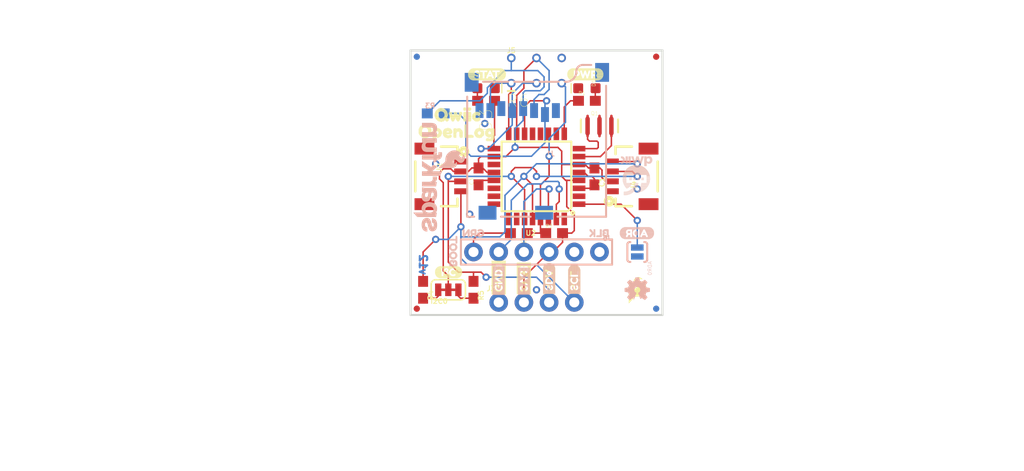
<source format=kicad_pcb>
(kicad_pcb (version 20211014) (generator pcbnew)
  (layers (0 "F.Cu" signal) (31 "B.Cu" signal) (34 "B.Paste" user) (35 "F.Paste" user) (36 "B.SilkS" user "B.Silkscreen") (37 "F.SilkS" user "F.Silkscreen") (38 "B.Mask" user) (39 "F.Mask" user) (44 "Edge.Cuts" user))
  (net 0 "")
  (net 1 "GND")
  (net 2 "SCK")
  (net 3 "MISO")
  (net 4 "MOSI")
  (net 5 "N$7")
  (net 6 "TXO")
  (net 7 "N$1")
  (net 8 "N$2")
  (net 9 "DTR")
  (net 10 "RXI")
  (net 11 "RST")
  (net 12 "N$3")
  (net 13 "CS")
  (net 14 "N$4")
  (net 15 "3.3V")
  (net 16 "SCL")
  (net 17 "SDA")
  (net 18 "ADDR")
  (net 19 "N$5")
  (net 20 "N$6")
  (footprint "boardEagle:FIDUCIAL-MICRO" (layer "F.Cu") (at 160.5661 92.3036)
    (fp_text reference "FID1" hide)
    (fp_text value "FIDUCIALUFIDUCIAL" hide)
    (pad "1" smd roundrect (at 0 0) (size 0.635 0.635) (layers "F.Cu" "F.Mask") (roundrect_rratio 0.5))
  )
  (footprint "boardEagle:OPENLOG0" (layer "F.Cu") (at 135.4201 99.7966)
    (fp_text reference "U$18" hide)
    (fp_text value "" hide)
  )
  (footprint "boardEagle:0603" (layer "F.Cu") (at 142.6591 104.3686 90)
    (fp_text reference "C3" (at -0.889 -0.6985 90) (layer "F.SilkS") (effects (font (size 0.367386 0.367386) (thickness 0.039014)) (justify left)))
    (fp_text value "0.1uF")
    (pad "1" smd rect (at -0.85 0 90) (size 1.1 1) (layers "F.Cu" "F.Paste" "F.Mask") (net 1 "GND"))
    (pad "2" smd rect (at 0.85 0 90) (size 1.1 1) (layers "F.Cu" "F.Paste" "F.Mask") (net 15 "3.3V"))
  )
  (footprint "boardEagle:SCL2" (layer "F.Cu") (at 152.3111 116.5606 90)
    (fp_text reference "U$19" hide)
    (fp_text value "" hide)
  )
  (footprint "boardEagle:0603" (layer "F.Cu") (at 137.0711 115.7986 -90)
    (fp_text reference "R4" (at 0 -0.762 90) (layer "F.SilkS") (effects (font (size 0.512064 0.512064) (thickness 0.097536)) (justify right)))
    (fp_text value "2.2k")
    (pad "1" smd rect (at -0.85 0 270) (size 1.1 1) (layers "F.Cu" "F.Paste" "F.Mask") (net 16 "SCL"))
    (pad "2" smd rect (at 0.85 0 270) (size 1.1 1) (layers "F.Cu" "F.Paste" "F.Mask") (net 20 "N$6"))
  )
  (footprint "boardEagle:SDA1" (layer "F.Cu") (at 149.7711 116.5606 90)
    (fp_text reference "U$16" hide)
    (fp_text value "" hide)
  )
  (footprint "boardEagle:0603" (layer "F.Cu") (at 143.4211 96.7486 180)
    (fp_text reference "R6" (at -2 0) (layer "F.SilkS") (effects (font (size 1.230986 1.230986) (thickness 0.039014)) (justify left)))
    (fp_text value "330")
    (pad "1" smd rect (at -0.85 0 180) (size 1.1 1) (layers "F.Cu" "F.Paste" "F.Mask") (net 2 "SCK"))
    (pad "2" smd rect (at 0.85 0 180) (size 1.1 1) (layers "F.Cu" "F.Paste" "F.Mask") (net 5 "N$7"))
  )
  (footprint "boardEagle:LED-0603" (layer "F.Cu") (at 153.5811 95.4786 180)
    (fp_text reference "D1" (at -0.6985 0.889 90) (layer "F.SilkS") (effects (font (size 0.367386 0.367386) (thickness 0.039014)) (justify right)))
    (fp_text value "RED" hide)
    (pad "A" smd roundrect (at -0.877 0 90) (size 1 1) (layers "F.Cu" "F.Paste" "F.Mask") (roundrect_rratio 0.15) (net 12 "N$3"))
    (pad "C" smd roundrect (at 0.877 0 90) (size 1 1) (layers "F.Cu" "F.Paste" "F.Mask") (roundrect_rratio 0.15) (net 1 "GND"))
  )
  (footprint "boardEagle:LED-0603" (layer "F.Cu") (at 143.4211 95.4786)
    (fp_text reference "D3" (at 0 2 90) (layer "F.SilkS") (effects (font (size 1.230986 1.230986) (thickness 0.039014)) (justify right)))
    (fp_text value "GREEN")
    (pad "A" smd roundrect (at -0.877 0 270) (size 1 1) (layers "F.Cu" "F.Paste" "F.Mask") (roundrect_rratio 0.15) (net 5 "N$7"))
    (pad "C" smd roundrect (at 0.877 0 270) (size 1 1) (layers "F.Cu" "F.Paste" "F.Mask") (roundrect_rratio 0.15) (net 1 "GND"))
  )
  (footprint "boardEagle:STAT0" (layer "F.Cu") (at 141.5161 94.0816)
    (fp_text reference "U$17" hide)
    (fp_text value "" hide)
  )
  (footprint "boardEagle:TQFP32-08" (layer "F.Cu") (at 148.5011 104.3686 180)
    (fp_text reference "U2" (at 0 -5.715) (layer "F.SilkS") (effects (font (size 0.512064 0.512064) (thickness 0.097536)) (justify right)))
    (fp_text value "ATMEGA328P")
    (pad "1" smd rect (at -4.2926 -2.8 180) (size 1.27 0.5588) (layers "F.Cu" "F.Paste" "F.Mask") (net 18 "ADDR"))
    (pad "2" smd rect (at -4.2926 -2 180) (size 1.27 0.5588) (layers "F.Cu" "F.Paste" "F.Mask"))
    (pad "3" smd rect (at -4.2926 -1.2 180) (size 1.27 0.5588) (layers "F.Cu" "F.Paste" "F.Mask") (net 1 "GND"))
    (pad "4" smd rect (at -4.2926 -0.4 180) (size 1.27 0.5588) (layers "F.Cu" "F.Paste" "F.Mask") (net 15 "3.3V"))
    (pad "5" smd rect (at -4.2926 0.4 180) (size 1.27 0.5588) (layers "F.Cu" "F.Paste" "F.Mask") (net 1 "GND"))
    (pad "6" smd rect (at -4.2926 1.2 180) (size 1.27 0.5588) (layers "F.Cu" "F.Paste" "F.Mask") (net 15 "3.3V"))
    (pad "7" smd rect (at -4.2926 2 180) (size 1.27 0.5588) (layers "F.Cu" "F.Paste" "F.Mask") (net 8 "N$2"))
    (pad "8" smd rect (at -4.2926 2.8 180) (size 1.27 0.5588) (layers "F.Cu" "F.Paste" "F.Mask") (net 7 "N$1"))
    (pad "9" smd rect (at -2.8 4.2926 180) (size 0.5588 1.27) (layers "F.Cu" "F.Paste" "F.Mask") (net 14 "N$4"))
    (pad "10" smd rect (at -2 4.2926 180) (size 0.5588 1.27) (layers "F.Cu" "F.Paste" "F.Mask"))
    (pad "11" smd rect (at -1.2 4.2926 180) (size 0.5588 1.27) (layers "F.Cu" "F.Paste" "F.Mask"))
    (pad "12" smd rect (at -0.4 4.2926 180) (size 0.5588 1.27) (layers "F.Cu" "F.Paste" "F.Mask"))
    (pad "13" smd rect (at 0.4 4.2926 180) (size 0.5588 1.27) (layers "F.Cu" "F.Paste" "F.Mask"))
    (pad "14" smd rect (at 1.2 4.2926 180) (size 0.5588 1.27) (layers "F.Cu" "F.Paste" "F.Mask") (net 13 "CS"))
    (pad "15" smd rect (at 2 4.2926 180) (size 0.5588 1.27) (layers "F.Cu" "F.Paste" "F.Mask") (net 4 "MOSI"))
    (pad "16" smd rect (at 2.8 4.2926 180) (size 0.5588 1.27) (layers "F.Cu" "F.Paste" "F.Mask") (net 3 "MISO"))
    (pad "17" smd rect (at 4.2926 2.8 180) (size 1.27 0.5588) (layers "F.Cu" "F.Paste" "F.Mask") (net 2 "SCK"))
    (pad "18" smd rect (at 4.2926 2 180) (size 1.27 0.5588) (layers "F.Cu" "F.Paste" "F.Mask") (net 15 "3.3V"))
    (pad "19" smd rect (at 4.2926 1.2 180) (size 1.27 0.5588) (layers "F.Cu" "F.Paste" "F.Mask"))
    (pad "20" smd rect (at 4.2926 0.4 180) (size 1.27 0.5588) (layers "F.Cu" "F.Paste" "F.Mask") (net 15 "3.3V"))
    (pad "21" smd rect (at 4.2926 -0.4 180) (size 1.27 0.5588) (layers "F.Cu" "F.Paste" "F.Mask") (net 1 "GND"))
    (pad "22" smd rect (at 4.2926 -1.2 180) (size 1.27 0.5588) (layers "F.Cu" "F.Paste" "F.Mask"))
    (pad "23" smd rect (at 4.2926 -2 180) (size 1.27 0.5588) (layers "F.Cu" "F.Paste" "F.Mask"))
    (pad "24" smd rect (at 4.2926 -2.8 180) (size 1.27 0.5588) (layers "F.Cu" "F.Paste" "F.Mask"))
    (pad "25" smd rect (at 2.8 -4.2926 180) (size 0.5588 1.27) (layers "F.Cu" "F.Paste" "F.Mask"))
    (pad "26" smd rect (at 2 -4.2926 180) (size 0.5588 1.27) (layers "F.Cu" "F.Paste" "F.Mask"))
    (pad "27" smd rect (at 1.2 -4.2926 180) (size 0.5588 1.27) (layers "F.Cu" "F.Paste" "F.Mask") (net 17 "SDA"))
    (pad "28" smd rect (at 0.4 -4.2926 180) (size 0.5588 1.27) (layers "F.Cu" "F.Paste" "F.Mask") (net 16 "SCL"))
    (pad "29" smd rect (at -0.4 -4.2926 180) (size 0.5588 1.27) (layers "F.Cu" "F.Paste" "F.Mask") (net 11 "RST"))
    (pad "30" smd rect (at -1.2 -4.2926 180) (size 0.5588 1.27) (layers "F.Cu" "F.Paste" "F.Mask") (net 10 "RXI"))
    (pad "31" smd rect (at -2 -4.2926 180) (size 0.5588 1.27) (layers "F.Cu" "F.Paste" "F.Mask") (net 6 "TXO"))
    (pad "32" smd rect (at -2.8 -4.2926 180) (size 0.5588 1.27) (layers "F.Cu" "F.Paste" "F.Mask"))
  )
  (footprint "boardEagle:SFE_LOGO_FLAME_.1" (layer "F.Cu") (at 158.6611 115.7986)
    (fp_text reference "LOGO1" hide)
    (fp_text value "SFE_LOGO_FLAME.1_INCH" hide)
  )
  (footprint "boardEagle:2X3_TEST_POINTS" (layer "F.Cu") (at 148.5011 93.7006)
    (fp_text reference "J5" (at -3.048 -2.032) (layer "F.SilkS") (effects (font (size 0.512064 0.512064) (thickness 0.097536)) (justify left)))
    (fp_text value "ISP" hide)
    (pad "1" thru_hole circle (at -2.54 1.27) (size 0.8636 0.8636) (drill 0.508) (layers *.Cu) (net 3 "MISO"))
    (pad "2" thru_hole circle (at -2.54 -1.27) (size 0.8636 0.8636) (drill 0.508) (layers *.Cu) (net 15 "3.3V"))
    (pad "3" thru_hole circle (at 0 1.27) (size 0.8636 0.8636) (drill 0.508) (layers *.Cu) (net 2 "SCK"))
    (pad "4" thru_hole circle (at 0 -1.27) (size 0.8636 0.8636) (drill 0.508) (layers *.Cu) (net 4 "MOSI"))
    (pad "5" thru_hole circle (at 2.54 1.27) (size 0.8636 0.8636) (drill 0.508) (layers *.Cu) (net 11 "RST"))
    (pad "6" thru_hole circle (at 2.54 -1.27) (size 0.8636 0.8636) (drill 0.508) (layers *.Cu) (net 1 "GND"))
  )
  (footprint "boardEagle:CREATIVE_COMMONS" (layer "F.Cu") (at 114.738979 133.5786)
    (fp_text reference "FRAME1" hide)
    (fp_text value "FRAME-LETTER" hide)
  )
  (footprint "boardEagle:0603" (layer "F.Cu") (at 146.7231 110.0836 180)
    (fp_text reference "C2" (at -0.889 -0.762) (layer "F.SilkS") (effects (font (size 0.367386 0.367386) (thickness 0.039014)) (justify right)))
    (fp_text value "0.1uF" hide)
    (pad "1" smd rect (at -0.85 0 180) (size 1.1 1) (layers "F.Cu" "F.Paste" "F.Mask") (net 11 "RST"))
    (pad "2" smd rect (at 0.85 0 180) (size 1.1 1) (layers "F.Cu" "F.Paste" "F.Mask") (net 9 "DTR"))
  )
  (footprint "boardEagle:1X04_1MM_RA" (layer "F.Cu") (at 156.1211 104.3686 90)
    (fp_text reference "J4" (at -1.397 2.159 90) (layer "F.SilkS") (effects (font (size 0.512064 0.512064) (thickness 0.097536)) (justify left)))
    (fp_text value "SMD" hide)
    (pad "1" smd rect (at -1.5 0 90) (size 0.6 1.35) (layers "F.Cu" "F.Paste" "F.Mask") (net 1 "GND"))
    (pad "2" smd rect (at -0.5 0 90) (size 0.6 1.35) (layers "F.Cu" "F.Paste" "F.Mask") (net 15 "3.3V"))
    (pad "3" smd rect (at 0.5 0 90) (size 0.6 1.35) (layers "F.Cu" "F.Paste" "F.Mask") (net 17 "SDA"))
    (pad "4" smd rect (at 1.5 0 90) (size 0.6 1.35) (layers "F.Cu" "F.Paste" "F.Mask") (net 16 "SCL"))
    (pad "NC1" smd rect (at 2.8 3.675 90) (size 1.2 2) (layers "F.Cu" "F.Paste" "F.Mask"))
    (pad "NC2" smd rect (at -2.8 3.675 90) (size 1.2 2) (layers "F.Cu" "F.Paste" "F.Mask"))
  )
  (footprint "boardEagle:RESONATOR-SMD" (layer "F.Cu") (at 154.8511 99.2886)
    (fp_text reference "Q1" (at -0.8891 -1.27) (layer "F.SilkS") (effects (font (size 0.376489 0.376489) (thickness 0.029911)) (justify left)))
    (fp_text value "16MHZ")
    (fp_line (start -1.2 1.016) (end -1.2 0) (layer "F.Cu") (width 0.254))
    (fp_line (start 0 0) (end 0 -1.016) (layer "F.Cu") (width 0.254))
    (fp_line (start 0 0) (end 0 1.016) (layer "F.Cu") (width 0.254))
    (fp_line (start 1.2 0) (end 1.2 -1.016) (layer "F.Cu") (width 0.254))
    (fp_line (start -1.2 0) (end -1.2 -1.016) (layer "F.Cu") (width 0.254))
    (fp_line (start 1.2 0) (end 1.2 1.016) (layer "F.Cu") (width 0.254))
    (pad "1" smd roundrect (at -1.2 0) (size 0.45 1.905) (layers "F.Cu" "F.Paste" "F.Mask") (roundrect_rratio 0.5) (net 7 "N$1"))
    (pad "2" smd roundrect (at 0 0) (size 0.45 1.905) (layers "F.Cu" "F.Paste" "F.Mask") (roundrect_rratio 0.5) (net 1 "GND"))
    (pad "3" smd roundrect (at 1.2 0) (size 0.45 1.905) (layers "F.Cu" "F.Paste" "F.Mask") (roundrect_rratio 0.5) (net 8 "N$2"))
  )
  (footprint "boardEagle:STAND-OFF" (layer "F.Cu") (at 138.3411 94.2086)
    (fp_text reference "JP3" hide)
    (fp_text value "STAND-OFF" hide)
    (pad "" np_thru_hole circle (at 0 0) (size 3.302 3.302) (drill 3.302) (layers *.Cu *.Mask))
  )
  (footprint "boardEagle:I_SUPER2_C-()-03" (layer "F.Cu") (at 138.2141 114.0206)
    (fp_text reference "U$8" hide)
    (fp_text value "" hide)
  )
  (footprint "boardEagle:1X04_1MM_RA" (layer "F.Cu") (at 140.8811 104.3686 -90)
    (fp_text reference "J2" (at -1.397 2.159 90) (layer "F.SilkS") (effects (font (size 0.512064 0.512064) (thickness 0.097536)) (justify right)))
    (fp_text value "SMD" hide)
    (pad "1" smd rect (at -1.5 0 270) (size 0.6 1.35) (layers "F.Cu" "F.Paste" "F.Mask") (net 1 "GND"))
    (pad "2" smd rect (at -0.5 0 270) (size 0.6 1.35) (layers "F.Cu" "F.Paste" "F.Mask") (net 15 "3.3V"))
    (pad "3" smd rect (at 0.5 0 270) (size 0.6 1.35) (layers "F.Cu" "F.Paste" "F.Mask") (net 17 "SDA"))
    (pad "4" smd rect (at 1.5 0 270) (size 0.6 1.35) (layers "F.Cu" "F.Paste" "F.Mask") (net 16 "SCL"))
    (pad "NC1" smd rect (at 2.8 3.675 270) (size 1.2 2) (layers "F.Cu" "F.Paste" "F.Mask"))
    (pad "NC2" smd rect (at -2.8 3.675 270) (size 1.2 2) (layers "F.Cu" "F.Paste" "F.Mask"))
  )
  (footprint "boardEagle:GND-03" (layer "F.Cu") (at 144.6911 116.6876 90)
    (fp_text reference "U$5" hide)
    (fp_text value "" hide)
  )
  (footprint "boardEagle:STAND-OFF" (layer "F.Cu") (at 158.6611 94.2086)
    (fp_text reference "JP4" hide)
    (fp_text value "STAND-OFF" hide)
    (pad "" np_thru_hole circle (at 0 0) (size 3.302 3.302) (drill 3.302) (layers *.Cu *.Mask))
  )
  (footprint "boardEagle:0603" (layer "F.Cu") (at 142.1511 115.7986 -90)
    (fp_text reference "R5" (at 0 -0.762 90) (layer "F.SilkS") (effects (font (size 0.512064 0.512064) (thickness 0.097536)) (justify right)))
    (fp_text value "2.2k")
    (pad "1" smd rect (at -0.85 0 270) (size 1.1 1) (layers "F.Cu" "F.Paste" "F.Mask") (net 17 "SDA"))
    (pad "2" smd rect (at 0.85 0 270) (size 1.1 1) (layers "F.Cu" "F.Paste" "F.Mask") (net 19 "N$5"))
  )
  (footprint "boardEagle:1X04_NO_SILK" (layer "F.Cu") (at 144.6911 117.0686)
    (fp_text reference "J3" (at -1.27 -1.397) (layer "F.SilkS") (effects (font (size 0.512064 0.512064) (thickness 0.097536)) (justify left)))
    (fp_text value "PTH" hide)
    (pad "1" thru_hole circle (at 0 0 90) (size 1.8796 1.8796) (drill 1.016) (layers *.Cu *.Mask) (net 1 "GND"))
    (pad "2" thru_hole circle (at 2.54 0 90) (size 1.8796 1.8796) (drill 1.016) (layers *.Cu *.Mask) (net 15 "3.3V"))
    (pad "3" thru_hole circle (at 5.08 0 90) (size 1.8796 1.8796) (drill 1.016) (layers *.Cu *.Mask) (net 17 "SDA"))
    (pad "4" thru_hole circle (at 7.62 0 90) (size 1.8796 1.8796) (drill 1.016) (layers *.Cu *.Mask) (net 16 "SCL"))
  )
  (footprint "boardEagle:PWR-()-03" (layer "F.Cu") (at 151.5491 94.0816)
    (fp_text reference "U$9" hide)
    (fp_text value "" hide)
  )
  (footprint "boardEagle:FIDUCIAL-MICRO" (layer "F.Cu") (at 136.4361 117.7036)
    (fp_text reference "FID2" hide)
    (fp_text value "FIDUCIALUFIDUCIAL" hide)
    (pad "1" smd roundrect (at 0 0) (size 0.635 0.635) (layers "F.Cu" "F.Mask") (roundrect_rratio 0.5))
  )
  (footprint "boardEagle:SMT-JUMPER_3_2-NC_TRACE_SILK" (layer "F.Cu") (at 139.6111 115.7986 180)
    (fp_text reference "I2C0" (at 0 -1.143) (layer "F.SilkS") (effects (font (size 0.512064 0.512064) (thickness 0.097536)) (justify right)))
    (fp_text value "")
    (fp_poly (pts (xy 0.3048 0.127) (xy 0.7112 0.127) (xy 0.7112 -0.127) (xy 0.3048 -0.127)) (layer "F.Cu") (width 0) (fill solid))
    (fp_poly (pts (xy -0.7112 0.127) (xy -0.3048 0.127) (xy -0.3048 -0.127) (xy -0.7112 -0.127)) (layer "F.Cu") (width 0) (fill solid))
    (pad "1" smd rect (at -1.016 0 180) (size 0.635 1.27) (layers "F.Cu" "F.Mask") (net 19 "N$5"))
    (pad "2" smd rect (at 0 0 180) (size 0.635 1.27) (layers "F.Cu" "F.Mask") (net 15 "3.3V"))
    (pad "3" smd rect (at 1.016 0 180) (size 0.635 1.27) (layers "F.Cu" "F.Mask") (net 20 "N$6"))
  )
  (footprint "boardEagle:QWIIC7" (layer "F.Cu") (at 137.0711 98.1456)
    (fp_text reference "U$14" hide)
    (fp_text value "" hide)
  )
  (footprint "boardEagle:0603" (layer "F.Cu") (at 154.3431 104.3686 -90)
    (fp_text reference "C1" (at 0 -0.762 90) (layer "F.SilkS") (effects (font (size 0.512064 0.512064) (thickness 0.097536)) (justify right)))
    (fp_text value "4.7uF")
    (pad "1" smd rect (at -0.85 0 270) (size 1.1 1) (layers "F.Cu" "F.Paste" "F.Mask") (net 15 "3.3V"))
    (pad "2" smd rect (at 0.85 0 270) (size 1.1 1) (layers "F.Cu" "F.Paste" "F.Mask") (net 1 "GND"))
  )
  (footprint "boardEagle:0603" (layer "F.Cu") (at 150.2791 110.0836)
    (fp_text reference "R2" (at -0.889 -0.6985) (layer "F.SilkS") (effects (font (size 0.367386 0.367386) (thickness 0.039014)) (justify left)))
    (fp_text value "10k")
    (pad "1" smd rect (at -0.85 0) (size 1.1 1) (layers "F.Cu" "F.Paste" "F.Mask") (net 11 "RST"))
    (pad "2" smd rect (at 0.85 0) (size 1.1 1) (layers "F.Cu" "F.Paste" "F.Mask") (net 15 "3.3V"))
  )
  (footprint "boardEagle:0603" (layer "F.Cu") (at 153.5811 96.7486)
    (fp_text reference "R1" (at -0.889 -0.762) (layer "F.SilkS") (effects (font (size 0.367386 0.367386) (thickness 0.039014)) (justify left)))
    (fp_text value "1K" hide)
    (pad "1" smd rect (at -0.85 0) (size 1.1 1) (layers "F.Cu" "F.Paste" "F.Mask") (net 14 "N$4"))
    (pad "2" smd rect (at 0.85 0) (size 1.1 1) (layers "F.Cu" "F.Paste" "F.Mask") (net 12 "N$3"))
  )
  (footprint "boardEagle:3V3-03" (layer "F.Cu") (at 147.2311 116.6876 90)
    (fp_text reference "U$4" hide)
    (fp_text value "" hide)
  )
  (footprint "boardEagle:SFE_LOGO_NAME_FLAME_.1" (layer "B.Cu") (at 137.5791 104.3686 90)
    (fp_text reference "LOGO4" hide)
    (fp_text value "SFE_LOGO_NAME_FLAME.1_INCH" hide)
  )
  (footprint "boardEagle:GRN4" (layer "B.Cu") (at 143.9291 110.0836 180)
    (fp_text reference "U$12" hide)
    (fp_text value "" hide)
  )
  (footprint "boardEagle:ADR-()-03" (layer "B.Cu") (at 160.4391 110.0836 180)
    (fp_text reference "U$7" hide)
    (fp_text value "" hide)
  )
  (footprint "boardEagle:3V30" (layer "B.Cu") (at 147.2311 116.6876 90)
    (fp_text reference "U$6" hide)
    (fp_text value "" hide)
  )
  (footprint "boardEagle:QWIIC-LOGO-SMALL" (layer "B.Cu") (at 158.6611 104.3686 180)
    (fp_text reference "U$3" hide)
    (fp_text value "" hide)
  )
  (footprint "boardEagle:FIDUCIAL-MICRO" (layer "B.Cu") (at 136.4361 92.3036 180)
    (fp_text reference "FID4" hide)
    (fp_text value "FIDUCIALUFIDUCIAL" hide)
    (pad "1" smd roundrect (at 0 0 180) (size 0.635 0.635) (layers "B.Cu" "B.Mask") (roundrect_rratio 0.5))
  )
  (footprint "boardEagle:SCL2" (layer "B.Cu") (at 152.3111 116.5606 90)
    (fp_text reference "U$15" hide)
    (fp_text value "" hide)
  )
  (footprint "boardEagle:OSHW-LOGO-MINI" (layer "B.Cu") (at 158.6611 115.7986 180)
    (fp_text reference "LOGO2" hide)
    (fp_text value "OSHW-LOGOMINI" hide)
  )
  (footprint "boardEagle:SJ_2S-NO" (layer "B.Cu") (at 158.6611 111.9886 90)
    (fp_text reference "ADR0" (at -0.908 1.27 90) (layer "B.SilkS") (effects (font (size 0.376489 0.376489) (thickness 0.029911)) (justify left mirror)))
    (fp_text value "")
    (pad "1" smd rect (at -0.45 0 90) (size 0.635 1.27) (layers "B.Cu" "B.Mask") (net 1 "GND"))
    (pad "2" smd rect (at 0.45 0 90) (size 0.635 1.27) (layers "B.Cu" "B.Mask") (net 18 "ADDR"))
  )
  (footprint "boardEagle:GND1" (layer "B.Cu") (at 144.6911 116.6876 90)
    (fp_text reference "U$20" hide)
    (fp_text value "" hide)
  )
  (footprint "boardEagle:0603" (layer "B.Cu") (at 138.3411 98.0186 180)
    (fp_text reference "R3" (at 0 0.762) (layer "B.SilkS") (effects (font (size 0.512064 0.512064) (thickness 0.097536)) (justify left mirror)))
    (fp_text value "10k")
    (pad "1" smd rect (at -0.85 0 180) (size 1.1 1) (layers "B.Cu" "B.Paste" "B.Mask") (net 13 "CS"))
    (pad "2" smd rect (at 0.85 0 180) (size 1.1 1) (layers "B.Cu" "B.Paste" "B.Mask") (net 15 "3.3V"))
  )
  (footprint "boardEagle:MICRO-SD-SOCKET" (layer "B.Cu") (at 141.5161 108.4326 180)
    (fp_text reference "J1" (at -8.89 6.35) (layer "B.SilkS") (effects (font (size 0.512064 0.512064) (thickness 0.097536)) (justify left mirror)))
    (fp_text value "MICRO-SD")
    (pad "CD1" smd rect (at -2.05 0.4 180) (size 1.8 1.4) (layers "B.Cu" "B.Paste" "B.Mask"))
    (pad "CD2" smd rect (at -7.75 0.4 180) (size 1.8 1.4) (layers "B.Cu" "B.Paste" "B.Mask"))
    (pad "CS" smd rect (at -7.84 10.3 180) (size 0.8 1.5) (layers "B.Cu" "B.Paste" "B.Mask") (net 13 "CS"))
    (pad "DI" smd rect (at -6.74 10.7 180) (size 0.8 1.5) (layers "B.Cu" "B.Paste" "B.Mask") (net 4 "MOSI"))
    (pad "DO" smd rect (at -2.34 10.7 180) (size 0.8 1.5) (layers "B.Cu" "B.Paste" "B.Mask") (net 3 "MISO"))
    (pad "GND" smd rect (at -3.44 10.9 180) (size 0.8 1.5) (layers "B.Cu" "B.Paste" "B.Mask") (net 1 "GND"))
    (pad "GND1" smd rect (at -13.6 14.55 180) (size 1.4 1.9) (layers "B.Cu" "B.Paste" "B.Mask"))
    (pad "GND3" smd rect (at -0.45 13.55 180) (size 1.4 1.9) (layers "B.Cu" "B.Paste" "B.Mask"))
    (pad "RSV1" smd rect (at -8.94 10.7 180) (size 0.8 1.5) (layers "B.Cu" "B.Paste" "B.Mask"))
    (pad "RSV2" smd rect (at -1.24 10.7 180) (size 0.8 1.5) (layers "B.Cu" "B.Paste" "B.Mask"))
    (pad "SCLK" smd rect (at -4.54 10.7 180) (size 0.8 1.5) (layers "B.Cu" "B.Paste" "B.Mask") (net 2 "SCK"))
    (pad "VCC" smd rect (at -5.64 10.9 180) (size 0.8 1.5) (layers "B.Cu" "B.Paste" "B.Mask") (net 15 "3.3V"))
  )
  (footprint "boardEagle:BOOT5" (layer "B.Cu") (at 140.1191 114.1476 90)
    (fp_text reference "U$11" hide)
    (fp_text value "" hide)
  )
  (footprint "boardEagle:BLK3" (layer "B.Cu") (at 156.5021 110.0836 180)
    (fp_text reference "U$10" hide)
    (fp_text value "" hide)
  )
  (footprint "boardEagle:FIDUCIAL-MICRO" (layer "B.Cu") (at 160.5661 117.7036)
    (fp_text reference "FID3" hide)
    (fp_text value "FIDUCIALUFIDUCIAL" hide)
    (pad "1" smd roundrect (at 0 0) (size 0.635 0.635) (layers "B.Cu" "B.Mask") (roundrect_rratio 0.5))
  )
  (footprint "boardEagle:1X06_NO_SILK" (layer "B.Cu") (at 154.8511 111.9886 180)
    (fp_text reference "J6" (at -1.27 1.397) (layer "B.SilkS") (effects (font (size 0.512064 0.512064) (thickness 0.097536)) (justify left mirror)))
    (fp_text value "")
    (pad "1" thru_hole circle (at 0 0 90) (size 1.8796 1.8796) (drill 1.016) (layers *.Cu *.Mask) (net 1 "GND"))
    (pad "2" thru_hole circle (at 2.54 0 90) (size 1.8796 1.8796) (drill 1.016) (layers *.Cu *.Mask) (net 1 "GND"))
    (pad "3" thru_hole circle (at 5.08 0 90) (size 1.8796 1.8796) (drill 1.016) (layers *.Cu *.Mask) (net 15 "3.3V"))
    (pad "4" thru_hole circle (at 7.62 0 90) (size 1.8796 1.8796) (drill 1.016) (layers *.Cu *.Mask) (net 10 "RXI"))
    (pad "5" thru_hole circle (at 10.16 0 90) (size 1.8796 1.8796) (drill 1.016) (layers *.Cu *.Mask) (net 6 "TXO"))
    (pad "6" thru_hole circle (at 12.7 0 90) (size 1.8796 1.8796) (drill 1.016) (layers *.Cu *.Mask) (net 9 "DTR"))
  )
  (footprint "boardEagle:SDA1" (layer "B.Cu") (at 149.7711 116.5606 90)
    (fp_text reference "U$13" hide)
    (fp_text value "" hide)
  )
  (gr_line (start 156.1211 113.2586) (end 140.8811 113.2586) (layer "B.SilkS") (width 0.2032))
  (gr_line (start 140.8811 110.7186) (end 156.1211 110.7186) (layer "B.SilkS") (width 0.2032))
  (gr_line (start 140.8811 113.2586) (end 140.8811 110.7186) (layer "B.SilkS") (width 0.2032))
  (gr_line (start 156.1211 110.7186) (end 156.1211 113.2586) (layer "B.SilkS") (width 0.2032))
  (gr_line (start 135.8011 118.3386) (end 161.2011 118.3386) (layer "Edge.Cuts") (width 0.2032))
  (gr_line (start 135.8011 91.6686) (end 135.8011 118.3386) (layer "Edge.Cuts") (width 0.2032))
  (gr_line (start 161.2011 118.3386) (end 161.2011 91.6686) (layer "Edge.Cuts") (width 0.2032))
  (gr_line (start 161.2011 91.6686) (end 135.8011 91.6686) (layer "Edge.Cuts") (width 0.2032))
  (gr_text "v12" (at 137.0711 113.2586 -90) (layer "B.Cu") (effects (font (size 0.762 0.762) (thickness 0.254)) (justify mirror)))
  (segment (start 153.9931 105.5686) (end 154.3431 105.2186) (width 0.1524) (layer "F.Cu") (net 1))
  (segment (start 153.3081 103.9686) (end 153.7081 104.3686) (width 0.1524) (layer "F.Cu") (net 1))
  (segment (start 142.6591 105.2186) (end 143.0791 105.2186) (width 0.1524) (layer "F.Cu") (net 1))
  (segment (start 154.3431 104.6226) (end 154.3431 105.2186) (width 0.1524) (layer "F.Cu") (net 1))
  (segment (start 142.6591 105.2186) (end 143.1091 104.7686) (width 0.1524) (layer "F.Cu") (net 1))
  (segment (start 152.7937 103.9686) (end 153.3081 103.9686) (width 0.1524) (layer "F.Cu") (net 1))
  (segment (start 143.1091 104.7686) (end 144.2085 104.7686) (width 0.1524) (layer "F.Cu") (net 1))
  (segment (start 153.7081 104.3686) (end 154.0891 104.3686) (width 0.1524) (layer "F.Cu") (net 1))
  (segment (start 154.0891 104.3686) (end 154.3431 104.6226) (width 0.1524) (layer "F.Cu") (net 1))
  (segment (start 152.7937 105.5686) (end 153.9931 105.5686) (width 0.1524) (layer "F.Cu") (net 1))
  (via (at 158.6611 105.6386) (size 0.7366) (drill 0.381) (layers "F.Cu" "B.Cu") (net 1))
  (via (at 143.2941 99.0346) (size 0.7366) (drill 0.381) (layers "F.Cu" "B.Cu") (net 1))
  (via (at 138.3411 103.0986) (size 0.7366) (drill 0.381) (layers "F.Cu" "B.Cu") (net 1))
  (via (at 148.5011 115.7986) (size 0.7366) (drill 0.381) (layers "F.Cu" "B.Cu") (net 1))
  (via (at 141.7701 108.1786) (size 0.7366) (drill 0.381) (layers "F.Cu" "B.Cu") (net 1))
  (segment (start 144.2085 101.5686) (end 142.9191 101.5686) (width 0.1524) (layer "F.Cu") (net 2))
  (segment (start 144.2711 96.7486) (end 144.2711 100.2166) (width 0.1524) (layer "F.Cu") (net 2))
  (segment (start 144.2711 100.2166) (end 144.2085 100.2792) (width 0.1524) (layer "F.Cu") (net 2))
  (segment (start 142.9191 101.5686) (end 142.9131 101.5746) (width 0.1524) (layer "F.Cu") (net 2))
  (segment (start 144.2085 101.5686) (end 144.2085 100.2792) (width 0.1524) (layer "F.Cu") (net 2))
  (via (at 142.9131 101.5746) (size 0.7366) (drill 0.381) (layers "F.Cu" "B.Cu") (net 2))
  (segment (start 148.5011 94.9706) (end 147.104103 94.9706) (width 0.1524) (layer "B.Cu") (net 2))
  (segment (start 146.0561 99.1876) (end 143.6751 101.5686) (width 0.1524) (layer "B.Cu") (net 2))
  (segment (start 147.104103 94.9706) (end 146.2786 95.7961) (width 0.1524) (layer "B.Cu") (net 2))
  (segment (start 143.6751 101.5686) (end 142.919103 101.5686) (width 0.1524) (layer "B.Cu") (net 2))
  (segment (start 142.919103 101.5686) (end 142.9131 101.5746) (width 0.1524) (layer "B.Cu") (net 2))
  (segment (start 146.0561 96.0186) (end 146.0561 97.7326) (width 0.1524) (layer "B.Cu") (net 2))
  (segment (start 146.0561 96.0186) (end 146.2786 95.7961) (width 0.1524) (layer "B.Cu") (net 2))
  (segment (start 146.0561 97.7326) (end 146.0561 99.1876) (width 0.1524) (layer "B.Cu") (net 2))
  (segment (start 145.9611 95.8596) (end 145.9611 94.9706) (width 0.1524) (layer "F.Cu") (net 3))
  (segment (start 145.7011 96.1196) (end 145.9611 95.8596) (width 0.1524) (layer "F.Cu") (net 3))
  (segment (start 145.7011 100.076) (end 145.7011 96.1196) (width 0.1524) (layer "F.Cu") (net 3))
  (segment (start 143.8561 97.7326) (end 143.8561 95.5516) (width 0.1524) (layer "B.Cu") (net 3))
  (segment (start 143.8561 95.5516) (end 144.4371 94.9706) (width 0.1524) (layer "B.Cu") (net 3))
  (segment (start 144.4371 94.9706) (end 145.9611 94.9706) (width 0.1524) (layer "B.Cu") (net 3))
  (segment (start 147.2311 95.4786) (end 147.2311 93.7006) (width 0.1524) (layer "F.Cu") (net 4))
  (segment (start 146.5011 100.076) (end 146.5011 96.2086) (width 0.1524) (layer "F.Cu") (net 4))
  (segment (start 147.2311 93.7006) (end 148.5011 92.4306) (width 0.1524) (layer "F.Cu") (net 4))
  (segment (start 146.5011 96.2086) (end 147.2311 95.4786) (width 0.1524) (layer "F.Cu") (net 4))
  (segment (start 148.7551 96.1136) (end 149.2631 96.1136) (width 0.1524) (layer "B.Cu") (net 4))
  (segment (start 149.7711 93.7006) (end 149.7711 95.6056) (width 0.1524) (layer "B.Cu") (net 4))
  (segment (start 148.2561 97.7326) (end 148.2561 96.6126) (width 0.1524) (layer "B.Cu") (net 4))
  (segment (start 149.7711 93.7006) (end 148.5011 92.4306) (width 0.1524) (layer "B.Cu") (net 4))
  (segment (start 149.7711 95.6056) (end 149.2631 96.1136) (width 0.1524) (layer "B.Cu") (net 4))
  (segment (start 148.2561 96.6126) (end 148.7551 96.1136) (width 0.1524) (layer "B.Cu") (net 4))
  (segment (start 142.5441 95.4786) (end 142.5441 96.7216) (width 0.1524) (layer "F.Cu") (net 5))
  (segment (start 142.5441 96.7216) (end 142.5711 96.7486) (width 0.1524) (layer "F.Cu") (net 5))
  (segment (start 150.5011 108.6612) (end 150.5011 107.1946) (width 0.1524) (layer "F.Cu") (net 6))
  (segment (start 150.7871 106.9086) (end 150.7871 105.6386) (width 0.1524) (layer "F.Cu") (net 6))
  (segment (start 150.5011 107.1946) (end 150.7871 106.9086) (width 0.1524) (layer "F.Cu") (net 6))
  (via (at 150.7871 105.6386) (size 0.7366) (drill 0.381) (layers "F.Cu" "B.Cu") (net 6))
  (segment (start 149.263103 104.8766) (end 150.6601 104.8766) (width 0.1524) (layer "B.Cu") (net 6))
  (segment (start 145.9611 110.7186) (end 144.6911 111.9886) (width 0.1524) (layer "B.Cu") (net 6))
  (segment (start 145.9611 106.7816) (end 147.612103 105.1306) (width 0.1524) (layer "B.Cu") (net 6))
  (segment (start 147.612103 105.1306) (end 149.0091 105.1306) (width 0.1524) (layer "B.Cu") (net 6))
  (segment (start 149.0091 105.1306) (end 149.263103 104.8766) (width 0.1524) (layer "B.Cu") (net 6))
  (segment (start 145.9611 106.7816) (end 145.9611 110.7186) (width 0.1524) (layer "B.Cu") (net 6))
  (segment (start 150.6601 104.8766) (end 150.7871 105.0036) (width 0.1524) (layer "B.Cu") (net 6))
  (segment (start 150.7871 105.0036) (end 150.7871 105.6386) (width 0.1524) (layer "B.Cu") (net 6))
  (segment (start 153.6511 100.6286) (end 153.8351 100.8126) (width 0.1524) (layer "F.Cu") (net 7))
  (segment (start 154.7241 101.4476) (end 154.7241 100.9396) (width 0.1524) (layer "F.Cu") (net 7))
  (segment (start 154.6031 101.5686) (end 154.7241 101.4476) (width 0.1524) (layer "F.Cu") (net 7))
  (segment (start 153.8351 100.8126) (end 154.5971 100.8126) (width 0.1524) (layer "F.Cu") (net 7))
  (segment (start 152.7937 101.5686) (end 154.6031 101.5686) (width 0.1524) (layer "F.Cu") (net 7))
  (segment (start 153.6511 99.2886) (end 153.6511 100.6286) (width 0.1524) (layer "F.Cu") (net 7))
  (segment (start 154.5971 100.8126) (end 154.7241 100.9396) (width 0.1524) (layer "F.Cu") (net 7))
  (segment (start 152.7937 102.3686) (end 154.9461 102.3686) (width 0.1524) (layer "F.Cu") (net 8))
  (segment (start 156.0511 101.2636) (end 154.9461 102.3686) (width 0.1524) (layer "F.Cu") (net 8))
  (segment (start 156.0511 99.2886) (end 156.0511 101.2636) (width 0.1524) (layer "F.Cu") (net 8))
  (segment (start 145.8731 110.0836) (end 142.7861 110.0836) (width 0.1524) (layer "F.Cu") (net 9))
  (segment (start 142.1511 110.7186) (end 142.1511 111.9886) (width 0.1524) (layer "F.Cu") (net 9))
  (segment (start 142.7861 110.0836) (end 142.1511 110.7186) (width 0.1524) (layer "F.Cu") (net 9))
  (segment (start 149.7011 108.6612) (end 149.7011 105.7086) (width 0.1524) (layer "F.Cu") (net 10))
  (segment (start 149.7011 105.7086) (end 149.7711 105.6386) (width 0.1524) (layer "F.Cu") (net 10))
  (via (at 149.7711 105.6386) (size 0.7366) (drill 0.381) (layers "F.Cu" "B.Cu") (net 10))
  (segment (start 147.2311 106.9086) (end 148.5011 105.6386) (width 0.1524) (layer "B.Cu") (net 10))
  (segment (start 148.5011 105.6386) (end 149.7711 105.6386) (width 0.1524) (layer "B.Cu") (net 10))
  (segment (start 147.2311 111.9886) (end 147.2311 106.9086) (width 0.1524) (layer "B.Cu") (net 10))
  (segment (start 148.9011 105.2386) (end 149.7711 104.3686) (width 0.1524) (layer "F.Cu") (net 11))
  (segment (start 148.9011 110.0646) (end 148.8821 110.0836) (width 0.1524) (layer "F.Cu") (net 11))
  (segment (start 149.4291 110.0836) (end 148.8821 110.0836) (width 0.1524) (layer "F.Cu") (net 11))
  (segment (start 149.7711 104.3686) (end 149.7711 102.3366) (width 0.1524) (layer "F.Cu") (net 11))
  (segment (start 148.8821 110.0836) (end 147.5731 110.0836) (width 0.1524) (layer "F.Cu") (net 11))
  (segment (start 148.9011 108.6612) (end 148.9011 105.2386) (width 0.1524) (layer "F.Cu") (net 11))
  (segment (start 148.9011 108.6612) (end 148.9011 110.0646) (width 0.1524) (layer "F.Cu") (net 11))
  (via (at 149.7711 102.3366) (size 0.7366) (drill 0.381) (layers "F.Cu" "B.Cu") (net 11))
  (segment (start 149.7711 102.3366) (end 149.7711 100.5586) (width 0.1524) (layer "B.Cu") (net 11))
  (segment (start 149.7711 100.5586) (end 151.4221 98.9076) (width 0.1524) (layer "B.Cu") (net 11))
  (segment (start 151.4221 95.3516) (end 151.0411 94.9706) (width 0.1524) (layer "B.Cu") (net 11))
  (segment (start 151.4221 98.9076) (end 151.4221 95.3516) (width 0.1524) (layer "B.Cu") (net 11))
  (segment (start 154.4311 95.5056) (end 154.4581 95.4786) (width 0.1524) (layer "F.Cu") (net 12))
  (segment (start 154.4311 96.7486) (end 154.4311 95.5056) (width 0.1524) (layer "F.Cu") (net 12))
  (segment (start 147.3011 100.076) (end 147.3011 97.3136) (width 0.1524) (layer "F.Cu") (net 13))
  (segment (start 147.8661 96.7486) (end 149.5171 96.7486) (width 0.1524) (layer "F.Cu") (net 13))
  (segment (start 147.3011 97.3136) (end 147.8661 96.7486) (width 0.1524) (layer "F.Cu") (net 13))
  (via (at 149.5171 96.7486) (size 0.7366) (drill 0.381) (layers "F.Cu" "B.Cu") (net 13))
  (segment (start 141.3891 98.7806) (end 141.3891 101.8286) (width 0.1524) (layer "B.Cu") (net 13))
  (segment (start 149.3561 98.1326) (end 149.3561 100.9736) (width 0.1524) (layer "B.Cu") (net 13))
  (segment (start 139.1911 98.0186) (end 140.6271 98.0186) (width 0.1524) (layer "B.Cu") (net 13))
  (segment (start 141.3891 101.8286) (end 141.8971 102.3366) (width 0.1524) (layer "B.Cu") (net 13))
  (segment (start 149.3561 98.1326) (end 149.3561 96.9096) (width 0.1524) (layer "B.Cu") (net 13))
  (segment (start 140.6271 98.0186) (end 141.3891 98.7806) (width 0.1524) (layer "B.Cu") (net 13))
  (segment (start 147.9931 102.3366) (end 141.8971 102.3366) (width 0.1524) (layer "B.Cu") (net 13))
  (segment (start 149.3561 96.9096) (end 149.5171 96.7486) (width 0.1524) (layer "B.Cu") (net 13))
  (segment (start 149.3561 100.9736) (end 147.9931 102.3366) (width 0.1524) (layer "B.Cu") (net 13))
  (segment (start 151.3011 100.076) (end 151.3011 97.377604) (width 0.1524) (layer "F.Cu") (net 14))
  (segment (start 152.7311 96.7486) (end 151.9301 96.7486) (width 0.1524) (layer "F.Cu") (net 14))
  (segment (start 151.9301 96.7486) (end 151.3011 97.377604) (width 0.1524) (layer "F.Cu") (net 14))
  (segment (start 146.3421 101.4476) (end 150.6601 101.4476) (width 0.1524) (layer "F.Cu") (net 15))
  (segment (start 140.8811 103.8686) (end 140.1271 103.8686) (width 0.1524) (layer "F.Cu") (net 15))
  (segment (start 151.5491 107.4166) (end 151.5491 104.7686) (width 0.1524) (layer "F.Cu") (net 15))
  (segment (start 152.0571 110.0836) (end 152.3111 109.8296) (width 0.1524) (layer "F.Cu") (net 15))
  (segment (start 154.3431 103.5186) (end 154.8901 103.5186) (width 0.1524) (layer "F.Cu") (net 15))
  (segment (start 140.1271 103.8686) (end 139.8651 103.6066) (width 0.1524) (layer "F.Cu") (net 15))
  (segment (start 151.1291 110.0836) (end 151.1291 111.0116) (width 0.1524) (layer "F.Cu") (net 15))
  (segment (start 149.7711 111.9886) (end 150.1521 111.9886) (width 0.1524) (layer "F.Cu") (net 15))
  (segment (start 151.4411 104.7686) (end 151.0411 104.3686) (width 0.1524) (layer "F.Cu") (net 15))
  (segment (start 151.5491 104.7686) (end 151.4411 104.7686) (width 0.1524) (layer "F.Cu") (net 15))
  (segment (start 140.8811 103.8686) (end 141.6351 103.8686) (width 0.1524) (layer "F.Cu") (net 15))
  (segment (start 147.2311 114.5286) (end 149.7711 111.9886) (width 0.1524) (layer "F.Cu") (net 15))
  (segment (start 144.2085 103.9686) (end 143.5291 103.9686) (width 0.1524) (layer "F.Cu") (net 15))
  (segment (start 150.6601 101.4476) (end 151.0411 101.8286) (width 0.1524) (layer "F.Cu") (net 15))
  (segment (start 152.3111 108.1786) (end 151.5491 107.4166) (width 0.1524) (layer "F.Cu") (net 15))
  (segment (start 151.0411 104.3686) (end 151.0411 103.1686) (width 0.1524) (layer "F.Cu") (net 15))
  (segment (start 152.3111 109.8296) (end 152.3111 108.1786) (width 0.1524) (layer "F.Cu") (net 15))
  (segment (start 142.8811 102.3686) (end 142.6591 102.5906) (width 0.1524) (layer "F.Cu") (net 15))
  (segment (start 151.1291 110.0836) (end 152.0571 110.0836) (width 0.1524) (layer "F.Cu") (net 15))
  (segment (start 147.2311 117.0686) (end 147.2311 114.5286) (width 0.1524) (layer "F.Cu") (net 15))
  (segment (start 155.1051 103.7336) (end 154.8901 103.5186) (width 0.1524) (layer "F.Cu") (net 15))
  (segment (start 152.7937 103.1686) (end 153.3971 103.1686) (width 0.1524) (layer "F.Cu") (net 15))
  (segment (start 139.1031 105.0036) (end 138.7221 104.6226) (width 0.1524) (layer "F.Cu") (net 15))
  (segment (start 139.8651 103.6066) (end 139.1031 103.6066) (width 0.1524) (layer "F.Cu") (net 15))
  (segment (start 142.6591 103.5186) (end 143.0791 103.5186) (width 0.1524) (layer "F.Cu") (net 15))
  (segment (start 139.6111 114.4016) (end 139.1031 113.8936) (width 0.1524) (layer "F.Cu") (net 15))
  (segment (start 154.3431 103.5186) (end 153.7471 103.5186) (width 0.1524) (layer "F.Cu") (net 15))
  (segment (start 150.1521 111.9886) (end 151.1291 111.0116) (width 0.1524) (layer "F.Cu") (net 15))
  (segment (start 145.4211 102.3686) (end 146.3421 101.4476) (width 0.1524) (layer "F.Cu") (net 15))
  (segment (start 153.3971 103.1686) (end 153.7471 103.5186) (width 0.1524) (layer "F.Cu") (net 15))
  (segment (start 138.7221 103.9876) (end 139.1031 103.6066) (width 0.1524) (layer "F.Cu") (net 15))
  (segment (start 144.2085 102.3686) (end 145.4211 102.3686) (width 0.1524) (layer "F.Cu") (net 15))
  (segment (start 138.7221 104.6226) (end 138.7221 103.9876) (width 0.1524) (layer "F.Cu") (net 15))
  (segment (start 142.6591 102.5906) (end 142.6591 103.5186) (width 0.1524) (layer "F.Cu") (net 15))
  (segment (start 155.4781 104.8686) (end 155.1051 104.4956) (width 0.1524) (layer "F.Cu") (net 15))
  (segment (start 152.7937 104.7686) (end 151.5491 104.7686) (width 0.1524) (layer "F.Cu") (net 15))
  (segment (start 143.5291 103.9686) (end 143.0791 103.5186) (width 0.1524) (layer "F.Cu") (net 15))
  (segment (start 141.6351 103.8686) (end 141.9851 103.5186) (width 0.1524) (layer "F.Cu") (net 15))
  (segment (start 142.6591 103.5186) (end 141.9851 103.5186) (width 0.1524) (layer "F.Cu") (net 15))
  (segment (start 155.1051 104.4956) (end 155.1051 103.7336) (width 0.1524) (layer "F.Cu") (net 15))
  (segment (start 151.0411 101.8286) (end 151.0411 103.1686) (width 0.1524) (layer "F.Cu") (net 15))
  (segment (start 144.2085 102.3686) (end 142.8811 102.3686) (width 0.1524) (layer "F.Cu") (net 15))
  (segment (start 139.1031 113.8936) (end 139.1031 105.0036) (width 0.1524) (layer "F.Cu") (net 15))
  (segment (start 139.6111 115.7986) (end 139.6111 114.4016) (width 0.1524) (layer "F.Cu") (net 15))
  (segment (start 152.7937 103.1686) (end 151.0411 103.1686) (width 0.1524) (layer "F.Cu") (net 15))
  (segment (start 156.1211 104.8686) (end 155.4781 104.8686) (width 0.1524) (layer "F.Cu") (net 15))
  (via (at 146.3421 101.4476) (size 0.7366) (drill 0.381) (layers "F.Cu" "B.Cu") (net 15))
  (segment (start 145.9611 93.7006) (end 148.6281 93.7006) (width 0.1524) (layer "B.Cu") (net 15))
  (segment (start 143.5513 95.425344) (end 145.276043 93.7006) (width 0.1524) (layer "B.Cu") (net 15))
  (segment (start 147.1561 95.9346) (end 147.3581 95.7326) (width 0.1524) (layer "B.Cu") (net 15))
  (segment (start 147.3581 95.7326) (end 148.8821 95.7326) (width 0.1524) (layer "B.Cu") (net 15))
  (segment (start 147.1561 98.7286) (end 146.3421 99.5426) (width 0.1524) (layer "B.Cu") (net 15))
  (segment (start 145.276043 93.7006) (end 145.9611 93.7006) (width 0.1524) (layer "B.Cu") (net 15))
  (segment (start 137.4911 98.0186) (end 138.7611 96.7486) (width 0.1524) (layer "B.Cu") (net 15))
  (segment (start 142.7861 96.7486) (end 143.5513 95.9834) (width 0.1524) (layer "B.Cu") (net 15))
  (segment (start 149.2631 95.3516) (end 148.8821 95.7326) (width 0.1524) (layer "B.Cu") (net 15))
  (segment (start 145.9611 92.4306) (end 145.9611 93.7006) (width 0.1524) (layer "B.Cu") (net 15))
  (segment (start 147.1561 95.9346) (end 147.1561 97.5326) (width 0.1524) (layer "B.Cu") (net 15))
  (segment (start 148.6281 93.7006) (end 149.2631 94.3356) (width 0.1524) (layer "B.Cu") (net 15))
  (segment (start 138.7611 96.7486) (end 142.7861 96.7486) (width 0.1524) (layer "B.Cu") (net 15))
  (segment (start 143.5513 95.9834) (end 143.5513 95.425344) (width 0.1524) (layer "B.Cu") (net 15))
  (segment (start 149.2631 94.3356) (end 149.2631 95.3516) (width 0.1524) (layer "B.Cu") (net 15))
  (segment (start 147.1561 97.5326) (end 147.1561 98.7286) (width 0.1524) (layer "B.Cu") (net 15))
  (segment (start 146.3421 99.5426) (end 146.3421 101.4476) (width 0.1524) (layer "B.Cu") (net 15))
  (segment (start 156.1211 102.8686) (end 158.4311 102.8686) (width 0.1524) (layer "F.Cu") (net 16))
  (segment (start 148.1011 108.6612) (end 148.1011 105.2386) (width 0.1524) (layer "F.Cu") (net 16))
  (segment (start 148.1011 105.2386) (end 147.2311 104.3686) (width 0.1524) (layer "F.Cu") (net 16))
  (segment (start 137.0711 114.9486) (end 137.0711 111.9886) (width 0.1524) (layer "F.Cu") (net 16))
  (segment (start 137.0711 111.9886) (end 138.3411 110.7186) (width 0.1524) (layer "F.Cu") (net 16))
  (segment (start 140.8811 105.8686) (end 140.8811 109.4486) (width 0.1524) (layer "F.Cu") (net 16))
  (segment (start 158.4311 102.8686) (end 158.6611 103.0986) (width 0.1524) (layer "F.Cu") (net 16))
  (via (at 140.8811 109.4486) (size 0.7366) (drill 0.381) (layers "F.Cu" "B.Cu") (net 16))
  (via (at 158.6611 103.0986) (size 0.7366) (drill 0.381) (layers "F.Cu" "B.Cu") (net 16))
  (via (at 138.3411 110.7186) (size 0.7366) (drill 0.381) (layers "F.Cu" "B.Cu") (net 16))
  (via (at 147.2311 104.3686) (size 0.7366) (drill 0.381) (layers "F.Cu" "B.Cu") (net 16))
  (segment (start 140.8811 109.4486) (end 139.6111 110.7186) (width 0.1524) (layer "B.Cu") (net 16))
  (segment (start 141.5161 113.2586) (end 140.8811 112.6236) (width 0.1524) (layer "B.Cu") (net 16))
  (segment (start 145.3261 109.9566) (end 144.8181 110.4646) (width 0.1524) (layer "B.Cu") (net 16))
  (segment (start 148.5011 103.0986) (end 158.6611 103.0986) (width 0.1524) (layer "B.Cu") (net 16))
  (segment (start 152.3111 117.0686) (end 148.5011 113.2586) (width 0.1524) (layer "B.Cu") (net 16))
  (segment (start 138.3411 110.7186) (end 139.6111 110.7186) (width 0.1524) (layer "B.Cu") (net 16))
  (segment (start 140.8811 112.6236) (end 140.8811 110.4646) (width 0.1524) (layer "B.Cu") (net 16))
  (segment (start 144.8181 110.4646) (end 140.8811 110.4646) (width 0.1524) (layer "B.Cu") (net 16))
  (segment (start 147.2311 104.3686) (end 148.5011 103.0986) (width 0.1524) (layer "B.Cu") (net 16))
  (segment (start 147.2311 104.3686) (end 145.3261 106.2736) (width 0.1524) (layer "B.Cu") (net 16))
  (segment (start 148.5011 113.2586) (end 141.5161 113.2586) (width 0.1524) (layer "B.Cu") (net 16))
  (segment (start 140.8811 110.4646) (end 140.8811 109.4486) (width 0.1524) (layer "B.Cu") (net 16))
  (segment (start 145.3261 109.9566) (end 145.3261 106.2736) (width 0.1524) (layer "B.Cu") (net 16))
  (segment (start 148.5011 103.8606) (end 148.5011 104.3686) (width 0.1524) (layer "F.Cu") (net 17))
  (segment (start 147.3011 105.7086) (end 145.9611 104.3686) (width 0.1524) (layer "F.Cu") (net 17))
  (segment (start 147.3011 108.6612) (end 147.3011 105.7086) (width 0.1524) (layer "F.Cu") (net 17))
  (segment (start 142.1511 114.0206) (end 142.9131 114.0206) (width 0.1524) (layer "F.Cu") (net 17))
  (segment (start 145.9611 104.3686) (end 145.9611 103.8606) (width 0.1524) (layer "F.Cu") (net 17))
  (segment (start 140.6271 114.0206) (end 142.1511 114.0206) (width 0.1524) (layer "F.Cu") (net 17))
  (segment (start 158.1611 103.8686) (end 158.6611 104.3686) (width 0.1524) (layer "F.Cu") (net 17))
  (segment (start 146.3421 103.4796) (end 148.1201 103.4796) (width 0.1524) (layer "F.Cu") (net 17))
  (segment (start 139.6111 104.3686) (end 139.6111 104.8766) (width 0.1524) (layer "F.Cu") (net 17))
  (segment (start 139.6111 104.8766) (end 139.6111 113.0046) (width 0.1524) (layer "F.Cu") (net 17))
  (segment (start 139.6111 113.0046) (end 140.6271 114.0206) (width 0.1524) (layer "F.Cu") (net 17))
  (segment (start 145.9611 103.8606) (end 146.3421 103.4796) (width 0.1524) (layer "F.Cu") (net 17))
  (segment (start 139.6191 104.8686) (end 139.6111 104.8766) (width 0.1524) (layer "F.Cu") (net 17))
  (segment (start 142.1511 114.9486) (end 142.1511 114.0206) (width 0.1524) (layer "F.Cu") (net 17))
  (segment (start 148.1201 103.4796) (end 148.5011 103.8606) (width 0.1524) (layer "F.Cu") (net 17))
  (segment (start 142.9131 114.0206) (end 143.4211 114.5286) (width 0.1524) (layer "F.Cu") (net 17))
  (segment (start 140.8811 104.8686) (end 139.6191 104.8686) (width 0.1524) (layer "F.Cu") (net 17))
  (segment (start 156.1211 103.8686) (end 158.1611 103.8686) (width 0.1524) (layer "F.Cu") (net 17))
  (via (at 139.6111 104.3686) (size 0.7366) (drill 0.381) (layers "F.Cu" "B.Cu") (net 17))
  (via (at 143.4211 114.5286) (size 0.7366) (drill 0.381) (layers "F.Cu" "B.Cu") (net 17))
  (via (at 148.5011 104.3686) (size 0.7366) (drill 0.381) (layers "F.Cu" "B.Cu") (net 17))
  (via (at 158.6611 104.3686) (size 0.7366) (drill 0.381) (layers "F.Cu" "B.Cu") (net 17))
  (via (at 145.9611 104.3686) (size 0.7366) (drill 0.381) (layers "F.Cu" "B.Cu") (net 17))
  (segment (start 148.5011 114.5286) (end 143.4211 114.5286) (width 0.1524) (layer "B.Cu") (net 17))
  (segment (start 149.7711 117.0686) (end 149.7711 115.7986) (width 0.1524) (layer "B.Cu") (net 17))
  (segment (start 145.9611 104.3686) (end 139.6111 104.3686) (width 0.1524) (layer "B.Cu") (net 17))
  (segment (start 149.7711 115.7986) (end 148.5011 114.5286) (width 0.1524) (layer "B.Cu") (net 17))
  (segment (start 148.5011 104.3686) (end 158.6611 104.3686) (width 0.1524) (layer "B.Cu") (net 17))
  (segment (start 157.0161 107.1686) (end 158.6611 108.8136) (width 0.1524) (layer "F.Cu") (net 18))
  (segment (start 152.7937 107.1686) (end 157.0161 107.1686) (width 0.1524) (layer "F.Cu") (net 18))
  (via (at 158.6611 108.8136) (size 0.7366) (drill 0.381) (layers "F.Cu" "B.Cu") (net 18))
  (segment (start 158.6611 108.8136) (end 158.6611 111.5386) (width 0.1524) (layer "B.Cu") (net 18))
  (segment (start 142.1511 116.6486) (end 140.8421 116.6486) (width 0.1524) (layer "F.Cu") (net 19))
  (segment (start 140.8421 116.6486) (end 140.6271 116.4336) (width 0.1524) (layer "F.Cu") (net 19))
  (segment (start 140.6271 116.4336) (end 140.6271 115.7986) (width 0.1524) (layer "F.Cu") (net 19))
  (segment (start 137.0711 116.6486) (end 138.3801 116.6486) (width 0.1524) (layer "F.Cu") (net 20))
  (segment (start 138.3801 116.6486) (end 138.5951 116.4336) (width 0.1524) (layer "F.Cu") (net 20))
  (segment (start 138.5951 116.4336) (end 138.5951 115.7986) (width 0.1524) (layer "F.Cu") (net 20))
)
</source>
